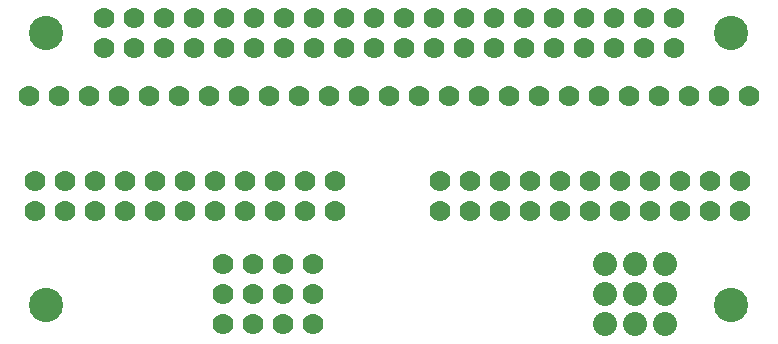
<source format=gbr>
G04 EAGLE Gerber RS-274X export*
G75*
%MOMM*%
%FSLAX34Y34*%
%LPD*%
%INSoldermask Bottom*%
%IPPOS*%
%AMOC8*
5,1,8,0,0,1.08239X$1,22.5*%
G01*
%ADD10C,2.901600*%
%ADD11C,1.778000*%
%ADD12C,2.032000*%


D10*
X35000Y35000D03*
X35000Y265000D03*
X615000Y265000D03*
X615000Y35000D03*
D11*
X83700Y252300D03*
X83700Y277700D03*
X109100Y252300D03*
X109100Y277700D03*
X134500Y252300D03*
X134500Y277700D03*
X159900Y252300D03*
X159900Y277700D03*
X185300Y252300D03*
X185300Y277700D03*
X210700Y252300D03*
X210700Y277700D03*
X236100Y252300D03*
X236100Y277700D03*
X261500Y252300D03*
X261500Y277700D03*
X286900Y252300D03*
X286900Y277700D03*
X312300Y252300D03*
X312300Y277700D03*
X337700Y252300D03*
X337700Y277700D03*
X363100Y252300D03*
X363100Y277700D03*
X388500Y252300D03*
X388500Y277700D03*
X413900Y252300D03*
X413900Y277700D03*
X439300Y252300D03*
X439300Y277700D03*
X464700Y252300D03*
X464700Y277700D03*
X490100Y252300D03*
X490100Y277700D03*
X515500Y252300D03*
X515500Y277700D03*
X540900Y252300D03*
X540900Y277700D03*
X566300Y252300D03*
X566300Y277700D03*
X20320Y212090D03*
X45720Y212090D03*
X71120Y212090D03*
X96520Y212090D03*
X121920Y212090D03*
X147320Y212090D03*
X172720Y212090D03*
X198120Y212090D03*
X223520Y212090D03*
X248920Y212090D03*
X274320Y212090D03*
X299720Y212090D03*
X325120Y212090D03*
X350520Y212090D03*
X375920Y212090D03*
X401320Y212090D03*
X426720Y212090D03*
X452120Y212090D03*
X477520Y212090D03*
X502920Y212090D03*
X528320Y212090D03*
X553720Y212090D03*
X579120Y212090D03*
X604520Y212090D03*
X629920Y212090D03*
D12*
X508000Y69850D03*
X533400Y69850D03*
X558800Y69850D03*
X508000Y44450D03*
X533400Y44450D03*
X558800Y44450D03*
X508000Y19050D03*
X533400Y19050D03*
X558800Y19050D03*
D11*
X25400Y139700D03*
X50800Y139700D03*
X76200Y139700D03*
X101600Y139700D03*
X127000Y139700D03*
X152400Y139700D03*
X177800Y139700D03*
X203200Y139700D03*
X228600Y139700D03*
X254000Y139700D03*
X279400Y139700D03*
X25400Y114300D03*
X50800Y114300D03*
X76200Y114300D03*
X101600Y114300D03*
X127000Y114300D03*
X152400Y114300D03*
X177800Y114300D03*
X203200Y114300D03*
X228600Y114300D03*
X254000Y114300D03*
X279400Y114300D03*
X368300Y139700D03*
X393700Y139700D03*
X419100Y139700D03*
X444500Y139700D03*
X469900Y139700D03*
X495300Y139700D03*
X520700Y139700D03*
X546100Y139700D03*
X571500Y139700D03*
X596900Y139700D03*
X622300Y139700D03*
X368300Y114300D03*
X393700Y114300D03*
X419100Y114300D03*
X444500Y114300D03*
X469900Y114300D03*
X495300Y114300D03*
X520700Y114300D03*
X546100Y114300D03*
X571500Y114300D03*
X596900Y114300D03*
X622300Y114300D03*
X184150Y44450D03*
X209550Y44450D03*
X234950Y44450D03*
X260350Y44450D03*
X184150Y69850D03*
X209550Y69850D03*
X234950Y69850D03*
X260350Y69850D03*
X184150Y19050D03*
X209550Y19050D03*
X234950Y19050D03*
X260350Y19050D03*
M02*

</source>
